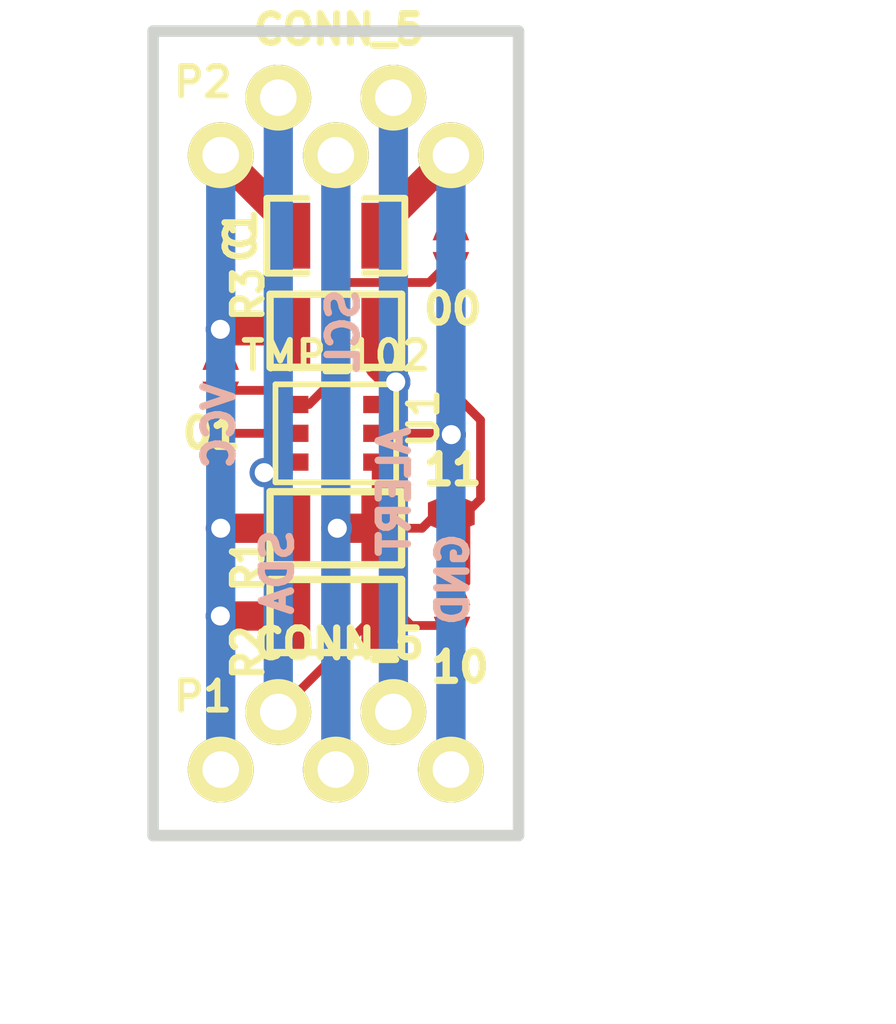
<source format=kicad_pcb>
(kicad_pcb (version 3) (host pcbnew "(2013-may-18)-stable")

  (general
    (links 26)
    (no_connects 0)
    (area 22.889087 24.9097 41.325515 44.6126)
    (thickness 1.6)
    (drawings 11)
    (tracks 89)
    (zones 0)
    (modules 11)
    (nets 7)
  )

  (page USLetter)
  (layers
    (15 F.Cu signal)
    (0 B.Cu signal)
    (16 B.Adhes user)
    (17 F.Adhes user)
    (18 B.Paste user)
    (19 F.Paste user)
    (20 B.SilkS user)
    (21 F.SilkS user)
    (22 B.Mask user)
    (23 F.Mask user)
    (24 Dwgs.User user)
    (25 Cmts.User user)
    (26 Eco1.User user)
    (27 Eco2.User user)
    (28 Edge.Cuts user)
  )

  (setup
    (last_trace_width 0.1524)
    (user_trace_width 0.1524)
    (user_trace_width 0.508)
    (trace_clearance 0.1524)
    (zone_clearance 0.508)
    (zone_45_only no)
    (trace_min 0.1524)
    (segment_width 0.2)
    (edge_width 0.2)
    (via_size 0.508)
    (via_drill 0.3302)
    (via_min_size 0.508)
    (via_min_drill 0.3302)
    (user_via 0.508 0.3302)
    (uvia_size 0.33274)
    (uvia_drill 0.3302)
    (uvias_allowed yes)
    (uvia_min_size 0.33274)
    (uvia_min_drill 0.3302)
    (pcb_text_width 0.3)
    (pcb_text_size 1.5 1.5)
    (mod_edge_width 0.15)
    (mod_text_size 1 1)
    (mod_text_width 0.15)
    (pad_size 1.143 1.143)
    (pad_drill 0.635)
    (pad_to_mask_clearance 0)
    (aux_axis_origin 0 0)
    (visible_elements FFFFFBBF)
    (pcbplotparams
      (layerselection 284196865)
      (usegerberextensions true)
      (excludeedgelayer true)
      (linewidth 0.150000)
      (plotframeref false)
      (viasonmask false)
      (mode 1)
      (useauxorigin false)
      (hpglpennumber 1)
      (hpglpenspeed 20)
      (hpglpendiameter 15)
      (hpglpenoverlay 2)
      (psnegative false)
      (psa4output false)
      (plotreference true)
      (plotvalue false)
      (plotothertext false)
      (plotinvisibletext false)
      (padsonsilk false)
      (subtractmaskfromsilk false)
      (outputformat 1)
      (mirror false)
      (drillshape 0)
      (scaleselection 1)
      (outputdirectory Gerber/))
  )

  (net 0 "")
  (net 1 /ADD)
  (net 2 /ALERT)
  (net 3 /GND)
  (net 4 /SCL)
  (net 5 /SDA)
  (net 6 /VCC)

  (net_class Default "This is the default net class."
    (clearance 0.1524)
    (trace_width 0.1524)
    (via_dia 0.508)
    (via_drill 0.3302)
    (uvia_dia 0.33274)
    (uvia_drill 0.3302)
    (add_net "")
    (add_net /ADD)
    (add_net /ALERT)
    (add_net /GND)
    (add_net /SCL)
    (add_net /SDA)
    (add_net /VCC)
  )

  (module Thread_5 (layer F.Cu) (tedit 52024A29) (tstamp 5202F482)
    (at 28.575 27.559 180)
    (path /51F03551)
    (fp_text reference P2 (at 2.3114 1.27 180) (layer F.SilkS)
      (effects (font (size 0.508 0.508) (thickness 0.1016)))
    )
    (fp_text value CONN_5 (at -0.0508 2.1844 180) (layer F.SilkS)
      (effects (font (size 0.5 0.5) (thickness 0.125)))
    )
    (pad 1 thru_hole circle (at -2 0 180) (size 1.143 1.143) (drill 0.635)
      (layers *.Cu *.Mask F.SilkS)
      (net 3 /GND)
    )
    (pad 2 thru_hole circle (at -1 1 180) (size 1.143 1.143) (drill 0.635)
      (layers *.Cu *.Mask F.SilkS)
      (net 2 /ALERT)
    )
    (pad 3 thru_hole circle (at 0 0 180) (size 1.143 1.143) (drill 0.635)
      (layers *.Cu *.Mask F.SilkS)
      (net 4 /SCL)
    )
    (pad 4 thru_hole circle (at 1 1 180) (size 1.143 1.143) (drill 0.635)
      (layers *.Cu *.Mask F.SilkS)
      (net 5 /SDA)
    )
    (pad 5 thru_hole circle (at 2 0 180) (size 1.143 1.143) (drill 0.635)
      (layers *.Cu *.Mask F.SilkS)
      (net 6 /VCC)
    )
  )

  (module SOT563 (layer F.Cu) (tedit 52024A96) (tstamp 51F04328)
    (at 28.5748 32.3876 180)
    (descr SOT553)
    (path /51EEF8A8)
    (attr smd)
    (fp_text reference U1 (at -1.5242 0.2566 270) (layer F.SilkS)
      (effects (font (size 0.50038 0.50038) (thickness 0.09906)))
    )
    (fp_text value TMP_102 (at 0 1.34874 180) (layer F.SilkS)
      (effects (font (size 0.50038 0.50038) (thickness 0.09906)))
    )
    (fp_line (start -1.04902 -0.8509) (end 1.04902 -0.8509) (layer F.SilkS) (width 0.09906))
    (fp_line (start 1.04902 -0.8509) (end 1.04902 0.8509) (layer F.SilkS) (width 0.09906))
    (fp_line (start 1.04902 0.8509) (end -1.04902 0.8509) (layer F.SilkS) (width 0.09906))
    (fp_line (start -1.04902 0.8509) (end -1.04902 -0.8509) (layer F.SilkS) (width 0.09906))
    (pad 1 smd rect (at -0.70104 -0.50038 180) (size 0.44958 0.29972)
      (layers F.Cu F.Paste F.Mask)
      (net 4 /SCL)
    )
    (pad 3 smd rect (at -0.70104 0.50038 180) (size 0.44958 0.29972)
      (layers F.Cu F.Paste F.Mask)
      (net 2 /ALERT)
    )
    (pad 5 smd rect (at 0.7 0 180) (size 0.44958 0.29972)
      (layers F.Cu F.Paste F.Mask)
      (net 6 /VCC)
    )
    (pad 2 smd rect (at -0.70104 0 180) (size 0.44958 0.29972)
      (layers F.Cu F.Paste F.Mask)
      (net 3 /GND)
    )
    (pad 4 smd rect (at 0.70104 0.50038 180) (size 0.44958 0.29972)
      (layers F.Cu F.Paste F.Mask)
      (net 1 /ADD)
    )
    (pad 6 smd rect (at 0.7 -0.5 180) (size 0.44958 0.29972)
      (layers F.Cu F.Paste F.Mask)
      (net 5 /SDA)
    )
    (model smd\smd_transistors\sc70-5.wrl
      (at (xyz 0 0 0))
      (scale (xyz 0.77 0.65 0.7))
      (rotate (xyz 0 0 90))
    )
  )

  (module SM0603_Capa (layer F.Cu) (tedit 52024B8F) (tstamp 51F04334)
    (at 28.575 28.956)
    (path /51EEF8B7)
    (attr smd)
    (fp_text reference C1 (at -1.651 0 90) (layer F.SilkS)
      (effects (font (size 0.508 0.4572) (thickness 0.1143)))
    )
    (fp_text value C (at -1.651 0 90) (layer F.SilkS)
      (effects (font (size 0.508 0.4572) (thickness 0.1143)))
    )
    (fp_line (start 0.50038 0.65024) (end 1.19888 0.65024) (layer F.SilkS) (width 0.11938))
    (fp_line (start -0.50038 0.65024) (end -1.19888 0.65024) (layer F.SilkS) (width 0.11938))
    (fp_line (start 0.50038 -0.65024) (end 1.19888 -0.65024) (layer F.SilkS) (width 0.11938))
    (fp_line (start -1.19888 -0.65024) (end -0.50038 -0.65024) (layer F.SilkS) (width 0.11938))
    (fp_line (start 1.19888 -0.635) (end 1.19888 0.635) (layer F.SilkS) (width 0.11938))
    (fp_line (start -1.19888 0.635) (end -1.19888 -0.635) (layer F.SilkS) (width 0.11938))
    (pad 1 smd rect (at -0.762 0) (size 0.635 1.143)
      (layers F.Cu F.Paste F.Mask)
      (net 6 /VCC)
    )
    (pad 2 smd rect (at 0.762 0) (size 0.635 1.143)
      (layers F.Cu F.Paste F.Mask)
      (net 3 /GND)
    )
    (model smd\capacitors\C0603.wrl
      (at (xyz 0 0 0.001))
      (scale (xyz 0.5 0.5 0.5))
      (rotate (xyz 0 0 0))
    )
  )

  (module SM0603 (layer F.Cu) (tedit 52024B57) (tstamp 51F04AA2)
    (at 28.575 35.56)
    (path /51EEF8E5)
    (attr smd)
    (fp_text reference R2 (at -1.524 0.635 90) (layer F.SilkS)
      (effects (font (size 0.508 0.4572) (thickness 0.1143)))
    )
    (fp_text value R (at 0 0) (layer F.SilkS) hide
      (effects (font (size 0.508 0.4572) (thickness 0.1143)))
    )
    (fp_line (start -1.143 -0.635) (end 1.143 -0.635) (layer F.SilkS) (width 0.127))
    (fp_line (start 1.143 -0.635) (end 1.143 0.635) (layer F.SilkS) (width 0.127))
    (fp_line (start 1.143 0.635) (end -1.143 0.635) (layer F.SilkS) (width 0.127))
    (fp_line (start -1.143 0.635) (end -1.143 -0.635) (layer F.SilkS) (width 0.127))
    (pad 1 smd rect (at -0.762 0) (size 0.635 1.143)
      (layers F.Cu F.Paste F.Mask)
      (net 6 /VCC)
    )
    (pad 2 smd rect (at 0.762 0) (size 0.635 1.143)
      (layers F.Cu F.Paste F.Mask)
      (net 5 /SDA)
    )
    (model smd\resistors\R0603.wrl
      (at (xyz 0 0 0.001))
      (scale (xyz 0.5 0.5 0.5))
      (rotate (xyz 0 0 0))
    )
  )

  (module SM0603 (layer F.Cu) (tedit 52024B4C) (tstamp 51F04348)
    (at 28.575 34.036 180)
    (path /51EEF8FA)
    (attr smd)
    (fp_text reference R1 (at 1.524 -0.635 270) (layer F.SilkS)
      (effects (font (size 0.508 0.4572) (thickness 0.1143)))
    )
    (fp_text value R (at 0 0 180) (layer F.SilkS) hide
      (effects (font (size 0.508 0.4572) (thickness 0.1143)))
    )
    (fp_line (start -1.143 -0.635) (end 1.143 -0.635) (layer F.SilkS) (width 0.127))
    (fp_line (start 1.143 -0.635) (end 1.143 0.635) (layer F.SilkS) (width 0.127))
    (fp_line (start 1.143 0.635) (end -1.143 0.635) (layer F.SilkS) (width 0.127))
    (fp_line (start -1.143 0.635) (end -1.143 -0.635) (layer F.SilkS) (width 0.127))
    (pad 1 smd rect (at -0.762 0 180) (size 0.635 1.143)
      (layers F.Cu F.Paste F.Mask)
      (net 6 /VCC)
    )
    (pad 2 smd rect (at 0.762 0 180) (size 0.635 1.143)
      (layers F.Cu F.Paste F.Mask)
      (net 4 /SCL)
    )
    (model smd\resistors\R0603.wrl
      (at (xyz 0 0 0.001))
      (scale (xyz 0.5 0.5 0.5))
      (rotate (xyz 0 0 0))
    )
  )

  (module SM0603 (layer F.Cu) (tedit 52024B98) (tstamp 51F04352)
    (at 28.575 30.607)
    (path /51EEF90D)
    (attr smd)
    (fp_text reference R3 (at -1.524 -0.635 90) (layer F.SilkS)
      (effects (font (size 0.508 0.4572) (thickness 0.1143)))
    )
    (fp_text value R (at 0 0) (layer F.SilkS) hide
      (effects (font (size 0.508 0.4572) (thickness 0.1143)))
    )
    (fp_line (start -1.143 -0.635) (end 1.143 -0.635) (layer F.SilkS) (width 0.127))
    (fp_line (start 1.143 -0.635) (end 1.143 0.635) (layer F.SilkS) (width 0.127))
    (fp_line (start 1.143 0.635) (end -1.143 0.635) (layer F.SilkS) (width 0.127))
    (fp_line (start -1.143 0.635) (end -1.143 -0.635) (layer F.SilkS) (width 0.127))
    (pad 1 smd rect (at -0.762 0) (size 0.635 1.143)
      (layers F.Cu F.Paste F.Mask)
      (net 6 /VCC)
    )
    (pad 2 smd rect (at 0.762 0) (size 0.635 1.143)
      (layers F.Cu F.Paste F.Mask)
      (net 2 /ALERT)
    )
    (model smd\resistors\R0603.wrl
      (at (xyz 0 0 0.001))
      (scale (xyz 0.5 0.5 0.5))
      (rotate (xyz 0 0 0))
    )
  )

  (module Solder_Junction (layer F.Cu) (tedit 52024AEF) (tstamp 51F04386)
    (at 26.5748 31.3876 90)
    (path /51EEF964)
    (attr smd)
    (fp_text reference 01 (at -0.9974 -0.1588 180) (layer F.SilkS)
      (effects (font (size 0.508 0.508) (thickness 0.127)))
    )
    (fp_text value GS2 (at 0 0 90) (layer F.SilkS) hide
      (effects (font (size 0.2 0.2) (thickness 0.05)))
    )
    (pad 1 smd trapezoid (at -0.254 0 180) (size 0.508 0.3048) (rect_delta 0 0.127 )
      (layers F.Cu F.Paste F.Mask)
      (net 1 /ADD)
    )
    (pad 2 smd trapezoid (at 0.254 0) (size 0.508 0.3048) (rect_delta 0 0.127 )
      (layers F.Cu F.Paste F.Mask)
      (net 6 /VCC)
    )
    (model smd/resistors/R0201.wrl
      (at (xyz 0 0 0))
      (scale (xyz 0.18 0.18 0.18))
      (rotate (xyz 0 0 0))
    )
  )

  (module Solder_Junction (layer F.Cu) (tedit 52024B28) (tstamp 51F0435F)
    (at 30.5748 29.1376 90)
    (path /51EEF941)
    (attr smd)
    (fp_text reference 00 (at -1.0884 0.0322 180) (layer F.SilkS)
      (effects (font (size 0.508 0.508) (thickness 0.127)))
    )
    (fp_text value GS2 (at 0 0 90) (layer F.SilkS) hide
      (effects (font (size 0.2 0.2) (thickness 0.05)))
    )
    (pad 1 smd trapezoid (at -0.254 0 180) (size 0.508 0.3048) (rect_delta 0 0.127 )
      (layers F.Cu F.Paste F.Mask)
      (net 1 /ADD)
    )
    (pad 2 smd trapezoid (at 0.254 0) (size 0.508 0.3048) (rect_delta 0 0.127 )
      (layers F.Cu F.Paste F.Mask)
      (net 3 /GND)
    )
    (model smd/resistors/R0201.wrl
      (at (xyz 0 0 0))
      (scale (xyz 0.18 0.18 0.18))
      (rotate (xyz 0 0 0))
    )
  )

  (module Solder_Junction (layer F.Cu) (tedit 52024B81) (tstamp 51F04A5F)
    (at 30.5816 33.782 180)
    (path /51EEF958)
    (attr smd)
    (fp_text reference 11 (at -0.0254 0.762 180) (layer F.SilkS)
      (effects (font (size 0.508 0.508) (thickness 0.127)))
    )
    (fp_text value GS2 (at 0 0 180) (layer F.SilkS) hide
      (effects (font (size 0.2 0.2) (thickness 0.05)))
    )
    (pad 1 smd trapezoid (at -0.254 0 270) (size 0.508 0.3048) (rect_delta 0 0.127 )
      (layers F.Cu F.Paste F.Mask)
      (net 1 /ADD)
    )
    (pad 2 smd trapezoid (at 0.254 0 90) (size 0.508 0.3048) (rect_delta 0 0.127 )
      (layers F.Cu F.Paste F.Mask)
      (net 4 /SCL)
    )
    (model smd/resistors/R0201.wrl
      (at (xyz 0 0 0))
      (scale (xyz 0.18 0.18 0.18))
      (rotate (xyz 0 0 0))
    )
  )

  (module Solder_Junction (layer F.Cu) (tedit 52024BBC) (tstamp 51F04A7B)
    (at 30.5943 35.4711 270)
    (path /51EEF95E)
    (attr smd)
    (fp_text reference 10 (at 0.9779 -0.1397 360) (layer F.SilkS)
      (effects (font (size 0.508 0.508) (thickness 0.127)))
    )
    (fp_text value GS2 (at 0 0 270) (layer F.SilkS) hide
      (effects (font (size 0.2 0.2) (thickness 0.05)))
    )
    (pad 1 smd trapezoid (at -0.254 0) (size 0.508 0.3048) (rect_delta 0 0.127 )
      (layers F.Cu F.Paste F.Mask)
      (net 1 /ADD)
    )
    (pad 2 smd trapezoid (at 0.254 0 180) (size 0.508 0.3048) (rect_delta 0 0.127 )
      (layers F.Cu F.Paste F.Mask)
      (net 5 /SDA)
    )
    (model smd/resistors/R0201.wrl
      (at (xyz 0 0 0))
      (scale (xyz 0.18 0.18 0.18))
      (rotate (xyz 0 0 0))
    )
  )

  (module Thread_5 (layer F.Cu) (tedit 52024A29) (tstamp 5202F496)
    (at 28.575 38.227 180)
    (path /51EEF97A)
    (fp_text reference P1 (at 2.3114 1.27 180) (layer F.SilkS)
      (effects (font (size 0.508 0.508) (thickness 0.1016)))
    )
    (fp_text value CONN_5 (at -0.0508 2.1844 180) (layer F.SilkS)
      (effects (font (size 0.5 0.5) (thickness 0.125)))
    )
    (pad 1 thru_hole circle (at -2 0 180) (size 1.143 1.143) (drill 0.635)
      (layers *.Cu *.Mask F.SilkS)
      (net 3 /GND)
    )
    (pad 2 thru_hole circle (at -1 1 180) (size 1.143 1.143) (drill 0.635)
      (layers *.Cu *.Mask F.SilkS)
      (net 2 /ALERT)
    )
    (pad 3 thru_hole circle (at 0 0 180) (size 1.143 1.143) (drill 0.635)
      (layers *.Cu *.Mask F.SilkS)
      (net 4 /SCL)
    )
    (pad 4 thru_hole circle (at 1 1 180) (size 1.143 1.143) (drill 0.635)
      (layers *.Cu *.Mask F.SilkS)
      (net 5 /SDA)
    )
    (pad 5 thru_hole circle (at 2 0 180) (size 1.143 1.143) (drill 0.635)
      (layers *.Cu *.Mask F.SilkS)
      (net 6 /VCC)
    )
  )

  (gr_text SDA (at 27.559 34.798 90) (layer B.SilkS)
    (effects (font (size 0.508 0.508) (thickness 0.127)) (justify mirror))
  )
  (gr_text VCC (at 26.543 32.258 90) (layer B.SilkS)
    (effects (font (size 0.508 0.508) (thickness 0.127)) (justify mirror))
  )
  (gr_text SCL (at 28.702 30.607 90) (layer B.SilkS)
    (effects (font (size 0.508 0.508) (thickness 0.127)) (justify mirror))
  )
  (gr_text ALERT (at 29.591 33.401 90) (layer B.SilkS)
    (effects (font (size 0.508 0.508) (thickness 0.127)) (justify mirror))
  )
  (gr_text GND (at 30.607 34.925 90) (layer B.SilkS)
    (effects (font (size 0.508 0.508) (thickness 0.127)) (justify mirror))
  )
  (dimension 13.97 (width 0.3) (layer Cmts.User)
    (gr_text "0.5500 in" (at 35.6398 32.3876 90) (layer Cmts.User)
      (effects (font (size 1.5 1.5) (thickness 0.3)))
    )
    (feature1 (pts (xy 31.7498 25.4026) (xy 36.9898 25.4026)))
    (feature2 (pts (xy 31.7498 39.3726) (xy 36.9898 39.3726)))
    (crossbar (pts (xy 34.2898 39.3726) (xy 34.2898 25.4026)))
    (arrow1a (pts (xy 34.2898 25.4026) (xy 34.87622 26.529103)))
    (arrow1b (pts (xy 34.2898 25.4026) (xy 33.70338 26.529103)))
    (arrow2a (pts (xy 34.2898 39.3726) (xy 34.87622 38.246097)))
    (arrow2b (pts (xy 34.2898 39.3726) (xy 33.70338 38.246097)))
  )
  (dimension 6.35 (width 0.3) (layer Cmts.User)
    (gr_text "0.2500 in" (at 28.5748 43.262599) (layer Cmts.User)
      (effects (font (size 1.5 1.5) (thickness 0.3)))
    )
    (feature1 (pts (xy 31.7498 39.3726) (xy 31.7498 44.612599)))
    (feature2 (pts (xy 25.3998 39.3726) (xy 25.3998 44.612599)))
    (crossbar (pts (xy 25.3998 41.912599) (xy 31.7498 41.912599)))
    (arrow1a (pts (xy 31.7498 41.912599) (xy 30.623297 42.499019)))
    (arrow1b (pts (xy 31.7498 41.912599) (xy 30.623297 41.326179)))
    (arrow2a (pts (xy 25.3998 41.912599) (xy 26.526303 42.499019)))
    (arrow2b (pts (xy 25.3998 41.912599) (xy 26.526303 41.326179)))
  )
  (gr_line (start 25.3998 25.4026) (end 25.3998 39.3726) (angle 90) (layer Edge.Cuts) (width 0.2))
  (gr_line (start 31.7498 25.4026) (end 25.3998 25.4026) (angle 90) (layer Edge.Cuts) (width 0.2))
  (gr_line (start 31.7498 39.3726) (end 31.7498 25.4026) (angle 90) (layer Edge.Cuts) (width 0.2))
  (gr_line (start 25.3998 39.3726) (end 31.7498 39.3726) (angle 90) (layer Edge.Cuts) (width 0.2))

  (segment (start 30.8356 33.782) (end 30.8356 34.9758) (width 0.1524) (layer F.Cu) (net 1))
  (segment (start 30.8356 34.9758) (end 30.5943 35.2171) (width 0.1524) (layer F.Cu) (net 1) (tstamp 5202F588))
  (segment (start 27.87376 31.88722) (end 28.10758 31.88722) (width 0.1524) (layer F.Cu) (net 1))
  (segment (start 30.1976 29.7688) (end 30.5748 29.3916) (width 0.1524) (layer F.Cu) (net 1) (tstamp 5202F581))
  (segment (start 28.8036 29.7688) (end 30.1976 29.7688) (width 0.1524) (layer F.Cu) (net 1) (tstamp 5202F580))
  (segment (start 28.6004 29.972) (end 28.8036 29.7688) (width 0.1524) (layer F.Cu) (net 1) (tstamp 5202F57F))
  (segment (start 28.6004 31.3944) (end 28.6004 29.972) (width 0.1524) (layer F.Cu) (net 1) (tstamp 5202F57E))
  (segment (start 28.10758 31.88722) (end 28.6004 31.3944) (width 0.1524) (layer F.Cu) (net 1) (tstamp 5202F57D))
  (segment (start 30.5748 29.3916) (end 30.5748 31.6416) (width 0.1524) (layer F.Cu) (net 1) (tstamp 5202F582))
  (segment (start 31.0896 33.528) (end 30.8356 33.782) (width 0.1524) (layer F.Cu) (net 1) (tstamp 5202F585))
  (segment (start 31.0896 32.1564) (end 31.0896 33.528) (width 0.1524) (layer F.Cu) (net 1) (tstamp 5202F584))
  (segment (start 30.5748 31.6416) (end 31.0896 32.1564) (width 0.1524) (layer F.Cu) (net 1) (tstamp 5202F583))
  (segment (start 26.5748 31.6416) (end 27.62814 31.6416) (width 0.1524) (layer F.Cu) (net 1))
  (segment (start 27.62814 31.6416) (end 27.87376 31.88722) (width 0.1524) (layer F.Cu) (net 1) (tstamp 5202F525))
  (segment (start 29.6164 31.496) (end 29.6164 31.54666) (width 0.1524) (layer F.Cu) (net 2))
  (segment (start 29.6164 31.54666) (end 29.27584 31.88722) (width 0.1524) (layer F.Cu) (net 2) (tstamp 5202F561))
  (segment (start 29.337 30.607) (end 29.337 31.2166) (width 0.508) (layer F.Cu) (net 2))
  (via (at 29.6164 31.496) (size 0.508) (layers F.Cu B.Cu) (net 2))
  (segment (start 29.337 31.2166) (end 29.6164 31.496) (width 0.508) (layer F.Cu) (net 2) (tstamp 5202F559))
  (segment (start 29.6164 31.496) (end 29.575 31.496) (width 0.508) (layer B.Cu) (net 2) (tstamp 5202F55B))
  (segment (start 29.575 31.496) (end 29.6164 31.496) (width 0.508) (layer B.Cu) (net 2) (tstamp 5202F55C))
  (segment (start 29.6164 31.496) (end 29.575 31.496) (width 0.508) (layer B.Cu) (net 2) (tstamp 5202F55E))
  (segment (start 29.575 26.559) (end 29.575 31.496) (width 0.508) (layer B.Cu) (net 2))
  (segment (start 29.575 31.496) (end 29.575 37.227) (width 0.508) (layer B.Cu) (net 2) (tstamp 5202F55F))
  (segment (start 30.5748 28.8836) (end 30.5748 27.5592) (width 0.1524) (layer F.Cu) (net 3))
  (segment (start 30.5748 27.5592) (end 30.575 27.559) (width 0.1524) (layer F.Cu) (net 3) (tstamp 5202F5F3))
  (segment (start 29.27584 32.3876) (end 30.5588 32.3876) (width 0.1524) (layer F.Cu) (net 3))
  (via (at 30.5816 32.4104) (size 0.508) (layers F.Cu B.Cu) (net 3))
  (segment (start 30.5588 32.3876) (end 30.5816 32.4104) (width 0.1524) (layer F.Cu) (net 3) (tstamp 5202F52B))
  (segment (start 30.5816 32.4104) (end 30.575 32.4104) (width 0.1524) (layer B.Cu) (net 3) (tstamp 5202F52D))
  (segment (start 30.575 32.4104) (end 30.5816 32.4104) (width 0.1524) (layer B.Cu) (net 3) (tstamp 5202F52E))
  (segment (start 30.5816 32.4104) (end 30.575 32.4104) (width 0.1524) (layer B.Cu) (net 3) (tstamp 5202F530))
  (segment (start 29.337 28.956) (end 29.337 28.797) (width 0.1524) (layer F.Cu) (net 3))
  (segment (start 29.337 28.797) (end 30.575 27.559) (width 0.508) (layer F.Cu) (net 3) (tstamp 5202F4C5))
  (segment (start 30.575 27.559) (end 30.575 32.4104) (width 0.508) (layer B.Cu) (net 3))
  (segment (start 30.575 32.4104) (end 30.575 38.227) (width 0.508) (layer B.Cu) (net 3) (tstamp 5202F531))
  (segment (start 29.337 34.036) (end 28.6004 34.036) (width 0.508) (layer F.Cu) (net 4))
  (via (at 28.6004 34.036) (size 0.508) (layers F.Cu B.Cu) (net 4))
  (segment (start 28.6004 34.036) (end 28.575 34.036) (width 0.508) (layer B.Cu) (net 4) (tstamp 5202F566))
  (segment (start 28.575 34.036) (end 28.6004 34.036) (width 0.508) (layer B.Cu) (net 4) (tstamp 5202F567))
  (segment (start 28.6004 34.036) (end 28.575 34.036) (width 0.508) (layer B.Cu) (net 4) (tstamp 5202F569))
  (segment (start 29.27584 32.88798) (end 29.27584 33.97484) (width 0.1524) (layer F.Cu) (net 4))
  (segment (start 29.27584 33.97484) (end 29.337 34.036) (width 0.1524) (layer F.Cu) (net 4) (tstamp 5202F54B))
  (segment (start 29.337 34.036) (end 30.0736 34.036) (width 0.1524) (layer F.Cu) (net 4))
  (segment (start 30.0736 34.036) (end 30.3276 33.782) (width 0.1524) (layer F.Cu) (net 4) (tstamp 5202F548))
  (segment (start 28.575 27.559) (end 28.575 34.036) (width 0.508) (layer B.Cu) (net 4))
  (segment (start 28.575 34.036) (end 28.575 38.227) (width 0.508) (layer B.Cu) (net 4) (tstamp 5202F56A))
  (segment (start 27.8748 32.8876) (end 27.5136 32.8876) (width 0.1524) (layer F.Cu) (net 5))
  (via (at 27.3304 33.0708) (size 0.508) (layers F.Cu B.Cu) (net 5))
  (segment (start 27.5136 32.8876) (end 27.3304 33.0708) (width 0.1524) (layer F.Cu) (net 5) (tstamp 5202F56E))
  (segment (start 27.3304 33.0708) (end 27.575 33.0708) (width 0.1524) (layer B.Cu) (net 5) (tstamp 5202F570))
  (segment (start 27.575 33.0708) (end 27.3304 33.0708) (width 0.1524) (layer B.Cu) (net 5) (tstamp 5202F571))
  (segment (start 27.3304 33.0708) (end 27.575 33.0708) (width 0.1524) (layer B.Cu) (net 5) (tstamp 5202F573))
  (segment (start 29.337 35.56) (end 29.718 35.56) (width 0.1524) (layer F.Cu) (net 5))
  (segment (start 29.8831 35.7251) (end 30.5943 35.7251) (width 0.1524) (layer F.Cu) (net 5) (tstamp 5202F4F0))
  (segment (start 29.718 35.56) (end 29.8831 35.7251) (width 0.1524) (layer F.Cu) (net 5) (tstamp 5202F4EF))
  (segment (start 29.337 35.56) (end 29.242 35.56) (width 0.1524) (layer F.Cu) (net 5))
  (segment (start 29.242 35.56) (end 27.575 37.227) (width 0.1524) (layer F.Cu) (net 5) (tstamp 5202F4EC))
  (segment (start 27.575 26.559) (end 27.575 33.0708) (width 0.508) (layer B.Cu) (net 5))
  (segment (start 27.575 33.0708) (end 27.575 37.227) (width 0.508) (layer B.Cu) (net 5) (tstamp 5202F574))
  (segment (start 27.8748 32.3876) (end 26.7436 32.3876) (width 0.1524) (layer F.Cu) (net 6))
  (segment (start 26.575 32.5562) (end 26.575 34.036) (width 0.1524) (layer F.Cu) (net 6) (tstamp 5202F57A))
  (segment (start 26.7436 32.3876) (end 26.575 32.5562) (width 0.1524) (layer F.Cu) (net 6) (tstamp 5202F579))
  (segment (start 26.5684 30.5816) (end 26.5684 31.1272) (width 0.1524) (layer F.Cu) (net 6))
  (segment (start 26.5684 31.1272) (end 26.5748 31.1336) (width 0.1524) (layer F.Cu) (net 6) (tstamp 5202F522))
  (segment (start 26.5684 30.5816) (end 26.5684 31.1404) (width 0.1524) (layer B.Cu) (net 6))
  (segment (start 26.5684 31.1404) (end 26.575 31.1404) (width 0.1524) (layer B.Cu) (net 6) (tstamp 5202F51F))
  (segment (start 27.813 30.607) (end 26.5938 30.607) (width 0.508) (layer F.Cu) (net 6))
  (via (at 26.5684 30.5816) (size 0.508) (layers F.Cu B.Cu) (net 6))
  (segment (start 26.5938 30.607) (end 26.5684 30.5816) (width 0.1524) (layer F.Cu) (net 6) (tstamp 5202F516))
  (segment (start 26.5684 30.5816) (end 26.575 30.5816) (width 0.1524) (layer B.Cu) (net 6) (tstamp 5202F518))
  (segment (start 26.575 30.5816) (end 26.5684 30.5816) (width 0.1524) (layer B.Cu) (net 6) (tstamp 5202F519))
  (segment (start 26.5684 30.5816) (end 26.575 30.5816) (width 0.1524) (layer B.Cu) (net 6) (tstamp 5202F51B))
  (via (at 26.575 34.036) (size 0.508) (layers F.Cu B.Cu) (net 6))
  (segment (start 27.813 34.036) (end 26.5684 34.036) (width 0.508) (layer F.Cu) (net 6))
  (segment (start 26.5684 34.036) (end 26.575 34.036) (width 0.1524) (layer F.Cu) (net 6) (tstamp 5202F513))
  (segment (start 27.813 35.56) (end 26.5684 35.56) (width 0.508) (layer F.Cu) (net 6))
  (segment (start 26.5684 35.56) (end 26.543 35.56) (width 0.1524) (layer B.Cu) (net 6) (tstamp 5202F50D))
  (via (at 26.5684 35.56) (size 0.508) (layers F.Cu B.Cu) (net 6))
  (segment (start 26.543 35.56) (end 26.575 35.56) (width 0.1524) (layer B.Cu) (net 6) (tstamp 5202F4F5))
  (segment (start 26.575 35.56) (end 26.543 35.56) (width 0.1524) (layer B.Cu) (net 6) (tstamp 5202F4F6))
  (segment (start 26.543 35.56) (end 26.575 35.56) (width 0.1524) (layer B.Cu) (net 6) (tstamp 5202F4F8))
  (segment (start 27.813 28.956) (end 27.813 28.797) (width 0.1524) (layer F.Cu) (net 6))
  (segment (start 27.813 28.797) (end 26.575 27.559) (width 0.508) (layer F.Cu) (net 6) (tstamp 5202F4C8))
  (segment (start 26.575 27.559) (end 26.575 30.5816) (width 0.508) (layer B.Cu) (net 6))
  (segment (start 26.575 30.5816) (end 26.575 31.1404) (width 0.508) (layer B.Cu) (net 6) (tstamp 5202F51C))
  (segment (start 26.575 31.1404) (end 26.575 34.036) (width 0.508) (layer B.Cu) (net 6) (tstamp 5202F520))
  (segment (start 26.575 34.036) (end 26.575 35.56) (width 0.508) (layer B.Cu) (net 6) (tstamp 5202F510))
  (segment (start 26.575 35.56) (end 26.575 38.227) (width 0.508) (layer B.Cu) (net 6) (tstamp 5202F4F9))

)

</source>
